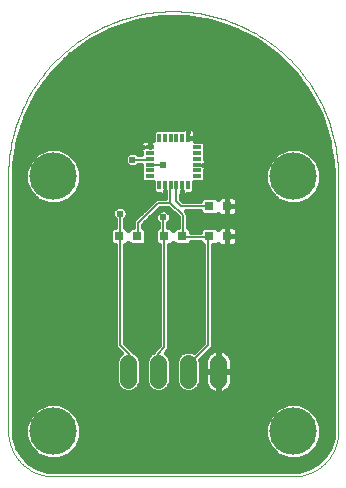
<source format=gtl>
G75*
%MOIN*%
%OFA0B0*%
%FSLAX25Y25*%
%IPPOS*%
%LPD*%
%AMOC8*
5,1,8,0,0,1.08239X$1,22.5*
%
%ADD10R,0.02953X0.01181*%
%ADD11R,0.01181X0.02953*%
%ADD12C,0.05543*%
%ADD13C,0.00000*%
%ADD14C,0.15811*%
%ADD15R,0.03150X0.03150*%
%ADD16C,0.00600*%
%ADD17C,0.02400*%
%ADD18C,0.01600*%
D10*
X0053887Y0119006D03*
X0053887Y0120974D03*
X0053887Y0122943D03*
X0053887Y0124911D03*
X0053887Y0126880D03*
X0053887Y0128848D03*
X0069635Y0128848D03*
X0069635Y0126880D03*
X0069635Y0124911D03*
X0069635Y0122943D03*
X0069635Y0120974D03*
X0069635Y0119006D03*
D11*
X0066800Y0116093D03*
X0064831Y0116093D03*
X0062863Y0116093D03*
X0060894Y0116093D03*
X0058926Y0116093D03*
X0056957Y0116093D03*
X0056957Y0131841D03*
X0058926Y0131841D03*
X0060894Y0131841D03*
X0062863Y0131841D03*
X0064831Y0131841D03*
X0066800Y0131841D03*
D12*
X0066800Y0056778D02*
X0066800Y0051234D01*
X0076800Y0051234D02*
X0076800Y0056778D01*
X0056800Y0056778D02*
X0056800Y0051234D01*
X0046800Y0051234D02*
X0046800Y0056778D01*
D13*
X0021800Y0019006D02*
X0021438Y0019010D01*
X0021075Y0019024D01*
X0020713Y0019045D01*
X0020352Y0019076D01*
X0019992Y0019115D01*
X0019633Y0019163D01*
X0019275Y0019220D01*
X0018918Y0019285D01*
X0018563Y0019359D01*
X0018210Y0019442D01*
X0017859Y0019533D01*
X0017511Y0019632D01*
X0017165Y0019740D01*
X0016821Y0019856D01*
X0016481Y0019981D01*
X0016144Y0020113D01*
X0015810Y0020254D01*
X0015479Y0020403D01*
X0015152Y0020560D01*
X0014829Y0020724D01*
X0014510Y0020896D01*
X0014196Y0021076D01*
X0013885Y0021264D01*
X0013580Y0021459D01*
X0013279Y0021661D01*
X0012983Y0021871D01*
X0012693Y0022087D01*
X0012407Y0022311D01*
X0012127Y0022541D01*
X0011853Y0022778D01*
X0011585Y0023022D01*
X0011322Y0023272D01*
X0011066Y0023528D01*
X0010816Y0023791D01*
X0010572Y0024059D01*
X0010335Y0024333D01*
X0010105Y0024613D01*
X0009881Y0024899D01*
X0009665Y0025189D01*
X0009455Y0025485D01*
X0009253Y0025786D01*
X0009058Y0026091D01*
X0008870Y0026402D01*
X0008690Y0026716D01*
X0008518Y0027035D01*
X0008354Y0027358D01*
X0008197Y0027685D01*
X0008048Y0028016D01*
X0007907Y0028350D01*
X0007775Y0028687D01*
X0007650Y0029027D01*
X0007534Y0029371D01*
X0007426Y0029717D01*
X0007327Y0030065D01*
X0007236Y0030416D01*
X0007153Y0030769D01*
X0007079Y0031124D01*
X0007014Y0031481D01*
X0006957Y0031839D01*
X0006909Y0032198D01*
X0006870Y0032558D01*
X0006839Y0032919D01*
X0006818Y0033281D01*
X0006804Y0033644D01*
X0006800Y0034006D01*
X0006800Y0119006D01*
X0006816Y0120345D01*
X0006865Y0121684D01*
X0006947Y0123021D01*
X0007061Y0124355D01*
X0007207Y0125687D01*
X0007386Y0127014D01*
X0007597Y0128337D01*
X0007841Y0129654D01*
X0008116Y0130965D01*
X0008423Y0132268D01*
X0008762Y0133564D01*
X0009132Y0134851D01*
X0009533Y0136129D01*
X0009966Y0137397D01*
X0010429Y0138654D01*
X0010923Y0139899D01*
X0011447Y0141132D01*
X0012000Y0142351D01*
X0012584Y0143557D01*
X0013196Y0144748D01*
X0013837Y0145924D01*
X0014507Y0147084D01*
X0015205Y0148227D01*
X0015930Y0149353D01*
X0016683Y0150461D01*
X0017462Y0151551D01*
X0018268Y0152621D01*
X0019099Y0153671D01*
X0019956Y0154700D01*
X0020838Y0155709D01*
X0021743Y0156695D01*
X0022673Y0157659D01*
X0023626Y0158601D01*
X0024601Y0159519D01*
X0025599Y0160412D01*
X0026618Y0161282D01*
X0027658Y0162126D01*
X0028718Y0162944D01*
X0029798Y0163737D01*
X0030896Y0164503D01*
X0032014Y0165242D01*
X0033148Y0165954D01*
X0034300Y0166637D01*
X0035468Y0167293D01*
X0036652Y0167920D01*
X0037850Y0168518D01*
X0039063Y0169086D01*
X0040289Y0169625D01*
X0041528Y0170134D01*
X0042779Y0170612D01*
X0044042Y0171060D01*
X0045314Y0171477D01*
X0046597Y0171863D01*
X0047889Y0172218D01*
X0049189Y0172541D01*
X0050496Y0172832D01*
X0051810Y0173091D01*
X0053130Y0173318D01*
X0054455Y0173513D01*
X0055785Y0173676D01*
X0057118Y0173806D01*
X0058453Y0173904D01*
X0059791Y0173969D01*
X0061130Y0174002D01*
X0062470Y0174002D01*
X0063809Y0173969D01*
X0065147Y0173904D01*
X0066482Y0173806D01*
X0067815Y0173676D01*
X0069145Y0173513D01*
X0070470Y0173318D01*
X0071790Y0173091D01*
X0073104Y0172832D01*
X0074411Y0172541D01*
X0075711Y0172218D01*
X0077003Y0171863D01*
X0078286Y0171477D01*
X0079558Y0171060D01*
X0080821Y0170612D01*
X0082072Y0170134D01*
X0083311Y0169625D01*
X0084537Y0169086D01*
X0085750Y0168518D01*
X0086948Y0167920D01*
X0088132Y0167293D01*
X0089300Y0166637D01*
X0090452Y0165954D01*
X0091586Y0165242D01*
X0092704Y0164503D01*
X0093802Y0163737D01*
X0094882Y0162944D01*
X0095942Y0162126D01*
X0096982Y0161282D01*
X0098001Y0160412D01*
X0098999Y0159519D01*
X0099974Y0158601D01*
X0100927Y0157659D01*
X0101857Y0156695D01*
X0102762Y0155709D01*
X0103644Y0154700D01*
X0104501Y0153671D01*
X0105332Y0152621D01*
X0106138Y0151551D01*
X0106917Y0150461D01*
X0107670Y0149353D01*
X0108395Y0148227D01*
X0109093Y0147084D01*
X0109763Y0145924D01*
X0110404Y0144748D01*
X0111016Y0143557D01*
X0111600Y0142351D01*
X0112153Y0141132D01*
X0112677Y0139899D01*
X0113171Y0138654D01*
X0113634Y0137397D01*
X0114067Y0136129D01*
X0114468Y0134851D01*
X0114838Y0133564D01*
X0115177Y0132268D01*
X0115484Y0130965D01*
X0115759Y0129654D01*
X0116003Y0128337D01*
X0116214Y0127014D01*
X0116393Y0125687D01*
X0116539Y0124355D01*
X0116653Y0123021D01*
X0116735Y0121684D01*
X0116784Y0120345D01*
X0116800Y0119006D01*
X0116800Y0034006D01*
X0116796Y0033644D01*
X0116782Y0033281D01*
X0116761Y0032919D01*
X0116730Y0032558D01*
X0116691Y0032198D01*
X0116643Y0031839D01*
X0116586Y0031481D01*
X0116521Y0031124D01*
X0116447Y0030769D01*
X0116364Y0030416D01*
X0116273Y0030065D01*
X0116174Y0029717D01*
X0116066Y0029371D01*
X0115950Y0029027D01*
X0115825Y0028687D01*
X0115693Y0028350D01*
X0115552Y0028016D01*
X0115403Y0027685D01*
X0115246Y0027358D01*
X0115082Y0027035D01*
X0114910Y0026716D01*
X0114730Y0026402D01*
X0114542Y0026091D01*
X0114347Y0025786D01*
X0114145Y0025485D01*
X0113935Y0025189D01*
X0113719Y0024899D01*
X0113495Y0024613D01*
X0113265Y0024333D01*
X0113028Y0024059D01*
X0112784Y0023791D01*
X0112534Y0023528D01*
X0112278Y0023272D01*
X0112015Y0023022D01*
X0111747Y0022778D01*
X0111473Y0022541D01*
X0111193Y0022311D01*
X0110907Y0022087D01*
X0110617Y0021871D01*
X0110321Y0021661D01*
X0110020Y0021459D01*
X0109715Y0021264D01*
X0109404Y0021076D01*
X0109090Y0020896D01*
X0108771Y0020724D01*
X0108448Y0020560D01*
X0108121Y0020403D01*
X0107790Y0020254D01*
X0107456Y0020113D01*
X0107119Y0019981D01*
X0106779Y0019856D01*
X0106435Y0019740D01*
X0106089Y0019632D01*
X0105741Y0019533D01*
X0105390Y0019442D01*
X0105037Y0019359D01*
X0104682Y0019285D01*
X0104325Y0019220D01*
X0103967Y0019163D01*
X0103608Y0019115D01*
X0103248Y0019076D01*
X0102887Y0019045D01*
X0102525Y0019024D01*
X0102162Y0019010D01*
X0101800Y0019006D01*
X0021800Y0019006D01*
D14*
X0021800Y0034006D03*
X0021800Y0119006D03*
X0101800Y0119006D03*
X0101800Y0034006D03*
D15*
X0079753Y0099006D03*
X0073847Y0099006D03*
X0073847Y0109006D03*
X0079753Y0109006D03*
X0064753Y0099006D03*
X0058847Y0099006D03*
X0049753Y0099006D03*
X0043847Y0099006D03*
D16*
X0044000Y0098806D01*
X0044000Y0062806D01*
X0047000Y0059806D01*
X0047000Y0054406D01*
X0046800Y0054006D01*
X0056600Y0054406D02*
X0056800Y0054006D01*
X0056600Y0054406D02*
X0056600Y0059806D01*
X0058847Y0062206D01*
X0058847Y0099006D01*
X0058400Y0099406D01*
X0058400Y0105406D01*
X0056600Y0110206D02*
X0060800Y0110206D01*
X0065000Y0106006D01*
X0065000Y0099406D01*
X0064753Y0099006D01*
X0065000Y0098806D01*
X0073400Y0098806D01*
X0073847Y0099006D01*
X0073400Y0098806D02*
X0073400Y0062806D01*
X0066800Y0056206D01*
X0066800Y0054006D01*
X0049753Y0099006D02*
X0050000Y0099406D01*
X0050000Y0103606D01*
X0056600Y0110206D01*
X0058926Y0114014D02*
X0059000Y0114406D01*
X0059000Y0115606D01*
X0058926Y0116093D01*
X0060800Y0115606D02*
X0060894Y0116093D01*
X0060800Y0115606D02*
X0060800Y0110206D01*
X0062600Y0110806D02*
X0064400Y0109006D01*
X0073847Y0109006D01*
X0064831Y0114014D02*
X0065000Y0114406D01*
X0065000Y0115606D01*
X0064831Y0116093D01*
X0062863Y0116093D02*
X0062600Y0115606D01*
X0062600Y0110806D01*
X0058400Y0122806D02*
X0054200Y0122806D01*
X0053887Y0122943D01*
X0053600Y0124606D02*
X0053887Y0124893D01*
X0053887Y0124911D01*
X0053600Y0124606D02*
X0048200Y0124606D01*
X0044000Y0106606D02*
X0044000Y0099406D01*
X0043847Y0099253D01*
X0043847Y0099006D01*
X0069635Y0122943D02*
X0069800Y0122806D01*
X0071000Y0122806D01*
X0071713Y0122943D01*
D17*
X0058400Y0122806D03*
X0048200Y0124606D03*
X0044000Y0106606D03*
X0058400Y0105406D03*
D18*
X0011328Y0025970D02*
X0013764Y0023534D01*
X0016749Y0021811D01*
X0020077Y0020919D01*
X0021800Y0020806D01*
X0101800Y0020806D01*
X0103523Y0020919D01*
X0106851Y0021811D01*
X0109836Y0023534D01*
X0112272Y0025970D01*
X0113995Y0028954D01*
X0114887Y0032283D01*
X0115000Y0034006D01*
X0115000Y0119006D01*
X0114836Y0123180D01*
X0113530Y0131425D01*
X0110950Y0139365D01*
X0107160Y0146803D01*
X0102254Y0153557D01*
X0096351Y0159459D01*
X0089597Y0164366D01*
X0082159Y0168156D01*
X0074219Y0170736D01*
X0065974Y0172042D01*
X0057626Y0172042D01*
X0049381Y0170736D01*
X0041441Y0168156D01*
X0034003Y0164366D01*
X0027249Y0159459D01*
X0021346Y0153557D01*
X0016440Y0146803D01*
X0012650Y0139365D01*
X0010070Y0131425D01*
X0008764Y0123180D01*
X0008600Y0119006D01*
X0008600Y0034006D01*
X0008713Y0032283D01*
X0009605Y0028954D01*
X0011328Y0025970D01*
X0011898Y0025400D02*
X0018260Y0025400D01*
X0019949Y0024700D02*
X0016529Y0026117D01*
X0013911Y0028735D01*
X0012494Y0032155D01*
X0012494Y0035857D01*
X0013911Y0039277D01*
X0016529Y0041895D01*
X0019949Y0043311D01*
X0023651Y0043311D01*
X0027071Y0041895D01*
X0029689Y0039277D01*
X0031105Y0035857D01*
X0031105Y0032155D01*
X0029689Y0028735D01*
X0027071Y0026117D01*
X0023651Y0024700D01*
X0019949Y0024700D01*
X0016069Y0022203D02*
X0107531Y0022203D01*
X0105340Y0025400D02*
X0111702Y0025400D01*
X0112866Y0026998D02*
X0107953Y0026998D01*
X0107071Y0026117D02*
X0109689Y0028735D01*
X0111105Y0032155D01*
X0111105Y0035857D01*
X0109689Y0039277D01*
X0107071Y0041895D01*
X0103651Y0043311D01*
X0099949Y0043311D01*
X0096529Y0041895D01*
X0093911Y0039277D01*
X0092494Y0035857D01*
X0092494Y0032155D01*
X0093911Y0028735D01*
X0096529Y0026117D01*
X0099949Y0024700D01*
X0103651Y0024700D01*
X0107071Y0026117D01*
X0109551Y0028597D02*
X0113789Y0028597D01*
X0114328Y0030195D02*
X0110294Y0030195D01*
X0110956Y0031794D02*
X0114756Y0031794D01*
X0114960Y0033393D02*
X0111105Y0033393D01*
X0111105Y0034991D02*
X0115000Y0034991D01*
X0115000Y0036590D02*
X0110802Y0036590D01*
X0110140Y0038188D02*
X0115000Y0038188D01*
X0115000Y0039787D02*
X0109179Y0039787D01*
X0107581Y0041385D02*
X0115000Y0041385D01*
X0115000Y0042984D02*
X0104442Y0042984D01*
X0099158Y0042984D02*
X0024442Y0042984D01*
X0027581Y0041385D02*
X0096019Y0041385D01*
X0094421Y0039787D02*
X0029179Y0039787D01*
X0030140Y0038188D02*
X0093460Y0038188D01*
X0092798Y0036590D02*
X0030802Y0036590D01*
X0031105Y0034991D02*
X0092494Y0034991D01*
X0092494Y0033393D02*
X0031105Y0033393D01*
X0030956Y0031794D02*
X0092644Y0031794D01*
X0093306Y0030195D02*
X0030294Y0030195D01*
X0029551Y0028597D02*
X0094049Y0028597D01*
X0095647Y0026998D02*
X0027953Y0026998D01*
X0025340Y0025400D02*
X0098260Y0025400D01*
X0110103Y0023801D02*
X0013497Y0023801D01*
X0015647Y0026998D02*
X0010734Y0026998D01*
X0009811Y0028597D02*
X0014049Y0028597D01*
X0013306Y0030195D02*
X0009272Y0030195D01*
X0008844Y0031794D02*
X0012644Y0031794D01*
X0012494Y0033393D02*
X0008640Y0033393D01*
X0008600Y0034991D02*
X0012494Y0034991D01*
X0012798Y0036590D02*
X0008600Y0036590D01*
X0008600Y0038188D02*
X0013460Y0038188D01*
X0014421Y0039787D02*
X0008600Y0039787D01*
X0008600Y0041385D02*
X0016019Y0041385D01*
X0019158Y0042984D02*
X0008600Y0042984D01*
X0008600Y0044582D02*
X0115000Y0044582D01*
X0115000Y0046181D02*
X0008600Y0046181D01*
X0008600Y0047779D02*
X0044356Y0047779D01*
X0044437Y0047698D02*
X0045970Y0047063D01*
X0047630Y0047063D01*
X0049163Y0047698D01*
X0050337Y0048871D01*
X0050972Y0050404D01*
X0050972Y0057607D01*
X0050337Y0059141D01*
X0049163Y0060314D01*
X0048700Y0060506D01*
X0048700Y0060510D01*
X0047704Y0061506D01*
X0045700Y0063510D01*
X0045700Y0096031D01*
X0046002Y0096031D01*
X0046800Y0096829D01*
X0047598Y0096031D01*
X0051907Y0096031D01*
X0052728Y0096851D01*
X0052728Y0101161D01*
X0051907Y0101981D01*
X0051700Y0101981D01*
X0051700Y0102902D01*
X0057304Y0108506D01*
X0060096Y0108506D01*
X0063300Y0105302D01*
X0063300Y0101981D01*
X0062598Y0101981D01*
X0061800Y0101183D01*
X0061002Y0101981D01*
X0060100Y0101981D01*
X0060100Y0103429D01*
X0060604Y0103933D01*
X0061000Y0104889D01*
X0061000Y0105923D01*
X0060604Y0106879D01*
X0059873Y0107610D01*
X0058917Y0108006D01*
X0057883Y0108006D01*
X0056927Y0107610D01*
X0056196Y0106879D01*
X0055800Y0105923D01*
X0055800Y0104889D01*
X0056196Y0103933D01*
X0056700Y0103429D01*
X0056700Y0101981D01*
X0056693Y0101981D01*
X0055872Y0101161D01*
X0055872Y0096851D01*
X0056693Y0096031D01*
X0057147Y0096031D01*
X0057147Y0062878D01*
X0055378Y0060988D01*
X0054900Y0060510D01*
X0054900Y0060506D01*
X0054437Y0060314D01*
X0053263Y0059141D01*
X0052628Y0057607D01*
X0052628Y0050404D01*
X0053263Y0048871D01*
X0054437Y0047698D01*
X0055970Y0047063D01*
X0057630Y0047063D01*
X0059163Y0047698D01*
X0060337Y0048871D01*
X0060972Y0050404D01*
X0060972Y0057607D01*
X0060337Y0059141D01*
X0059288Y0060189D01*
X0060069Y0061024D01*
X0060547Y0061502D01*
X0060547Y0061534D01*
X0060569Y0061558D01*
X0060547Y0062234D01*
X0060547Y0096031D01*
X0061002Y0096031D01*
X0061800Y0096829D01*
X0062598Y0096031D01*
X0066907Y0096031D01*
X0067728Y0096851D01*
X0067728Y0097106D01*
X0070872Y0097106D01*
X0070872Y0096851D01*
X0071693Y0096031D01*
X0071700Y0096031D01*
X0071700Y0063510D01*
X0068697Y0060507D01*
X0067630Y0060949D01*
X0065970Y0060949D01*
X0064437Y0060314D01*
X0063263Y0059141D01*
X0062628Y0057607D01*
X0062628Y0050404D01*
X0063263Y0048871D01*
X0064437Y0047698D01*
X0065970Y0047063D01*
X0067630Y0047063D01*
X0069163Y0047698D01*
X0070337Y0048871D01*
X0070972Y0050404D01*
X0070972Y0057607D01*
X0070864Y0057866D01*
X0074104Y0061106D01*
X0075100Y0062102D01*
X0075100Y0096031D01*
X0076002Y0096031D01*
X0076576Y0096605D01*
X0076738Y0096326D01*
X0077073Y0095991D01*
X0077483Y0095754D01*
X0077941Y0095631D01*
X0079753Y0095631D01*
X0081565Y0095631D01*
X0082022Y0095754D01*
X0082433Y0095991D01*
X0082768Y0096326D01*
X0083005Y0096736D01*
X0083128Y0097194D01*
X0083128Y0099006D01*
X0083128Y0100818D01*
X0083005Y0101275D01*
X0082768Y0101686D01*
X0082433Y0102021D01*
X0082022Y0102258D01*
X0081565Y0102381D01*
X0079753Y0102381D01*
X0079753Y0099006D01*
X0083128Y0099006D01*
X0079753Y0099006D01*
X0079753Y0099006D01*
X0079753Y0099006D01*
X0079753Y0095631D01*
X0079753Y0099006D01*
X0079753Y0099006D01*
X0079753Y0102381D01*
X0077941Y0102381D01*
X0077483Y0102258D01*
X0077073Y0102021D01*
X0076738Y0101686D01*
X0076576Y0101406D01*
X0076002Y0101981D01*
X0071693Y0101981D01*
X0070872Y0101161D01*
X0070872Y0100506D01*
X0067728Y0100506D01*
X0067728Y0101161D01*
X0066907Y0101981D01*
X0066700Y0101981D01*
X0066700Y0106710D01*
X0066104Y0107306D01*
X0070872Y0107306D01*
X0070872Y0106851D01*
X0071693Y0106031D01*
X0076002Y0106031D01*
X0076576Y0106605D01*
X0076738Y0106326D01*
X0077073Y0105991D01*
X0077483Y0105754D01*
X0077941Y0105631D01*
X0079753Y0105631D01*
X0081565Y0105631D01*
X0082022Y0105754D01*
X0082433Y0105991D01*
X0082768Y0106326D01*
X0083005Y0106736D01*
X0083128Y0107194D01*
X0083128Y0109006D01*
X0083128Y0110818D01*
X0083005Y0111275D01*
X0082768Y0111686D01*
X0082433Y0112021D01*
X0082022Y0112258D01*
X0081565Y0112381D01*
X0079753Y0112381D01*
X0079753Y0109006D01*
X0083128Y0109006D01*
X0079753Y0109006D01*
X0079753Y0109006D01*
X0079753Y0109006D01*
X0079753Y0105631D01*
X0079753Y0109006D01*
X0079753Y0109006D01*
X0079753Y0112381D01*
X0077941Y0112381D01*
X0077483Y0112258D01*
X0077073Y0112021D01*
X0076738Y0111686D01*
X0076576Y0111406D01*
X0076002Y0111981D01*
X0071693Y0111981D01*
X0070872Y0111161D01*
X0070872Y0110706D01*
X0065104Y0110706D01*
X0064300Y0111510D01*
X0064300Y0112816D01*
X0064831Y0112816D01*
X0064831Y0114014D01*
X0064831Y0114014D01*
X0064832Y0114014D01*
X0064832Y0112816D01*
X0065659Y0112816D01*
X0066117Y0112939D01*
X0066527Y0113176D01*
X0066568Y0113216D01*
X0067970Y0113216D01*
X0068791Y0114036D01*
X0068791Y0117015D01*
X0071691Y0117015D01*
X0072511Y0117835D01*
X0072511Y0121207D01*
X0072551Y0121247D01*
X0072788Y0121658D01*
X0072911Y0122115D01*
X0072911Y0122943D01*
X0072911Y0123770D01*
X0072788Y0124228D01*
X0072551Y0124639D01*
X0072511Y0124679D01*
X0072511Y0130019D01*
X0071691Y0130839D01*
X0069191Y0130839D01*
X0069191Y0131840D01*
X0066822Y0131840D01*
X0066822Y0131841D01*
X0069191Y0131841D01*
X0069191Y0133554D01*
X0069068Y0134012D01*
X0068831Y0134422D01*
X0068496Y0134757D01*
X0068085Y0134994D01*
X0067628Y0135117D01*
X0066800Y0135117D01*
X0066800Y0133919D01*
X0066800Y0135117D01*
X0065972Y0135117D01*
X0065515Y0134994D01*
X0065104Y0134757D01*
X0065064Y0134717D01*
X0055787Y0134717D01*
X0054967Y0133897D01*
X0054967Y0131239D01*
X0053887Y0131239D01*
X0053887Y0128870D01*
X0053887Y0128870D01*
X0053887Y0131239D01*
X0052173Y0131239D01*
X0051715Y0131116D01*
X0051305Y0130879D01*
X0050970Y0130544D01*
X0050733Y0130134D01*
X0050610Y0129676D01*
X0050610Y0128848D01*
X0050610Y0128021D01*
X0050733Y0127563D01*
X0050970Y0127153D01*
X0051010Y0127112D01*
X0051010Y0126306D01*
X0050177Y0126306D01*
X0049673Y0126810D01*
X0048717Y0127206D01*
X0047683Y0127206D01*
X0046727Y0126810D01*
X0045996Y0126079D01*
X0045600Y0125123D01*
X0045600Y0124089D01*
X0045996Y0123133D01*
X0046727Y0122402D01*
X0047683Y0122006D01*
X0048717Y0122006D01*
X0049673Y0122402D01*
X0050177Y0122906D01*
X0051010Y0122906D01*
X0051010Y0117835D01*
X0051830Y0117015D01*
X0054967Y0117015D01*
X0054967Y0114036D01*
X0055787Y0113216D01*
X0057190Y0113216D01*
X0057230Y0113176D01*
X0057641Y0112939D01*
X0058098Y0112816D01*
X0058926Y0112816D01*
X0059100Y0112816D01*
X0059100Y0111906D01*
X0055896Y0111906D01*
X0054900Y0110910D01*
X0048300Y0104310D01*
X0048300Y0101981D01*
X0047598Y0101981D01*
X0046800Y0101183D01*
X0046002Y0101981D01*
X0045700Y0101981D01*
X0045700Y0104629D01*
X0046204Y0105133D01*
X0046600Y0106089D01*
X0046600Y0107123D01*
X0046204Y0108079D01*
X0045473Y0108810D01*
X0044517Y0109206D01*
X0043483Y0109206D01*
X0042527Y0108810D01*
X0041796Y0108079D01*
X0041400Y0107123D01*
X0041400Y0106089D01*
X0041796Y0105133D01*
X0042300Y0104629D01*
X0042300Y0101981D01*
X0041693Y0101981D01*
X0040872Y0101161D01*
X0040872Y0096851D01*
X0041693Y0096031D01*
X0042300Y0096031D01*
X0042300Y0062102D01*
X0044262Y0060139D01*
X0043263Y0059141D01*
X0042628Y0057607D01*
X0042628Y0050404D01*
X0043263Y0048871D01*
X0044437Y0047698D01*
X0043054Y0049378D02*
X0008600Y0049378D01*
X0008600Y0050976D02*
X0042628Y0050976D01*
X0042628Y0052575D02*
X0008600Y0052575D01*
X0008600Y0054173D02*
X0042628Y0054173D01*
X0042628Y0055772D02*
X0008600Y0055772D01*
X0008600Y0057370D02*
X0042628Y0057370D01*
X0043192Y0058969D02*
X0008600Y0058969D01*
X0008600Y0060567D02*
X0043835Y0060567D01*
X0042300Y0062166D02*
X0008600Y0062166D01*
X0008600Y0063764D02*
X0042300Y0063764D01*
X0042300Y0065363D02*
X0008600Y0065363D01*
X0008600Y0066961D02*
X0042300Y0066961D01*
X0042300Y0068560D02*
X0008600Y0068560D01*
X0008600Y0070158D02*
X0042300Y0070158D01*
X0042300Y0071757D02*
X0008600Y0071757D01*
X0008600Y0073355D02*
X0042300Y0073355D01*
X0042300Y0074954D02*
X0008600Y0074954D01*
X0008600Y0076552D02*
X0042300Y0076552D01*
X0042300Y0078151D02*
X0008600Y0078151D01*
X0008600Y0079749D02*
X0042300Y0079749D01*
X0042300Y0081348D02*
X0008600Y0081348D01*
X0008600Y0082946D02*
X0042300Y0082946D01*
X0042300Y0084545D02*
X0008600Y0084545D01*
X0008600Y0086143D02*
X0042300Y0086143D01*
X0042300Y0087742D02*
X0008600Y0087742D01*
X0008600Y0089340D02*
X0042300Y0089340D01*
X0042300Y0090939D02*
X0008600Y0090939D01*
X0008600Y0092537D02*
X0042300Y0092537D01*
X0042300Y0094136D02*
X0008600Y0094136D01*
X0008600Y0095734D02*
X0042300Y0095734D01*
X0040872Y0097333D02*
X0008600Y0097333D01*
X0008600Y0098931D02*
X0040872Y0098931D01*
X0040872Y0100530D02*
X0008600Y0100530D01*
X0008600Y0102128D02*
X0042300Y0102128D01*
X0042300Y0103727D02*
X0008600Y0103727D01*
X0008600Y0105326D02*
X0041716Y0105326D01*
X0041400Y0106924D02*
X0008600Y0106924D01*
X0008600Y0108523D02*
X0042240Y0108523D01*
X0045760Y0108523D02*
X0052512Y0108523D01*
X0050914Y0106924D02*
X0046600Y0106924D01*
X0046284Y0105326D02*
X0049315Y0105326D01*
X0048300Y0103727D02*
X0045700Y0103727D01*
X0045700Y0102128D02*
X0048300Y0102128D01*
X0051700Y0102128D02*
X0056700Y0102128D01*
X0056402Y0103727D02*
X0052525Y0103727D01*
X0054124Y0105326D02*
X0055800Y0105326D01*
X0055722Y0106924D02*
X0056241Y0106924D01*
X0054111Y0110121D02*
X0024667Y0110121D01*
X0023651Y0109700D02*
X0027071Y0111117D01*
X0029689Y0113735D01*
X0031105Y0117155D01*
X0031105Y0120857D01*
X0029689Y0124277D01*
X0027071Y0126895D01*
X0023651Y0128311D01*
X0019949Y0128311D01*
X0016529Y0126895D01*
X0013911Y0124277D01*
X0012494Y0120857D01*
X0012494Y0117155D01*
X0013911Y0113735D01*
X0016529Y0111117D01*
X0019949Y0109700D01*
X0023651Y0109700D01*
X0027674Y0111720D02*
X0055709Y0111720D01*
X0055685Y0113318D02*
X0029272Y0113318D01*
X0030178Y0114917D02*
X0054967Y0114917D01*
X0054967Y0116515D02*
X0030840Y0116515D01*
X0031105Y0118114D02*
X0051010Y0118114D01*
X0051010Y0119712D02*
X0031105Y0119712D01*
X0030918Y0121311D02*
X0051010Y0121311D01*
X0050695Y0127705D02*
X0025116Y0127705D01*
X0027860Y0126106D02*
X0046023Y0126106D01*
X0045600Y0124508D02*
X0029458Y0124508D01*
X0030255Y0122909D02*
X0046220Y0122909D01*
X0050610Y0128848D02*
X0051808Y0128848D01*
X0051808Y0128848D01*
X0050610Y0128848D01*
X0050610Y0129303D02*
X0009734Y0129303D01*
X0009481Y0127705D02*
X0018484Y0127705D01*
X0015740Y0126106D02*
X0009227Y0126106D01*
X0008974Y0124508D02*
X0014142Y0124508D01*
X0013345Y0122909D02*
X0008753Y0122909D01*
X0008691Y0121311D02*
X0012682Y0121311D01*
X0012494Y0119712D02*
X0008628Y0119712D01*
X0008600Y0118114D02*
X0012494Y0118114D01*
X0012759Y0116515D02*
X0008600Y0116515D01*
X0008600Y0114917D02*
X0013422Y0114917D01*
X0014328Y0113318D02*
X0008600Y0113318D01*
X0008600Y0111720D02*
X0015926Y0111720D01*
X0018933Y0110121D02*
X0008600Y0110121D01*
X0009987Y0130902D02*
X0051344Y0130902D01*
X0053887Y0130902D02*
X0053887Y0130902D01*
X0053887Y0129303D02*
X0053887Y0129303D01*
X0054967Y0132500D02*
X0010419Y0132500D01*
X0010939Y0134099D02*
X0055169Y0134099D01*
X0066800Y0134099D02*
X0066800Y0134099D01*
X0066800Y0133919D02*
X0066800Y0133919D01*
X0069018Y0134099D02*
X0112661Y0134099D01*
X0112142Y0135697D02*
X0011458Y0135697D01*
X0011977Y0137296D02*
X0111623Y0137296D01*
X0111103Y0138894D02*
X0012497Y0138894D01*
X0013224Y0140493D02*
X0110376Y0140493D01*
X0109561Y0142091D02*
X0014039Y0142091D01*
X0014853Y0143690D02*
X0108747Y0143690D01*
X0107932Y0145288D02*
X0015668Y0145288D01*
X0016501Y0146887D02*
X0107099Y0146887D01*
X0105938Y0148485D02*
X0017662Y0148485D01*
X0018823Y0150084D02*
X0104777Y0150084D01*
X0103615Y0151682D02*
X0019985Y0151682D01*
X0021146Y0153281D02*
X0102454Y0153281D01*
X0100931Y0154879D02*
X0022669Y0154879D01*
X0024268Y0156478D02*
X0099332Y0156478D01*
X0097734Y0158076D02*
X0025866Y0158076D01*
X0027546Y0159675D02*
X0096054Y0159675D01*
X0093854Y0161273D02*
X0029746Y0161273D01*
X0031946Y0162872D02*
X0091654Y0162872D01*
X0089393Y0164470D02*
X0034207Y0164470D01*
X0037345Y0166069D02*
X0086255Y0166069D01*
X0083118Y0167667D02*
X0040482Y0167667D01*
X0044856Y0169266D02*
X0078744Y0169266D01*
X0073408Y0170864D02*
X0050192Y0170864D01*
X0069191Y0132500D02*
X0113181Y0132500D01*
X0113613Y0130902D02*
X0069191Y0130902D01*
X0072511Y0129303D02*
X0113866Y0129303D01*
X0114119Y0127705D02*
X0105116Y0127705D01*
X0103651Y0128311D02*
X0107071Y0126895D01*
X0109689Y0124277D01*
X0111105Y0120857D01*
X0111105Y0117155D01*
X0109689Y0113735D01*
X0107071Y0111117D01*
X0103651Y0109700D01*
X0099949Y0109700D01*
X0096529Y0111117D01*
X0093911Y0113735D01*
X0092494Y0117155D01*
X0092494Y0120857D01*
X0093911Y0124277D01*
X0096529Y0126895D01*
X0099949Y0128311D01*
X0103651Y0128311D01*
X0107860Y0126106D02*
X0114373Y0126106D01*
X0114626Y0124508D02*
X0109458Y0124508D01*
X0110255Y0122909D02*
X0114847Y0122909D01*
X0114909Y0121311D02*
X0110918Y0121311D01*
X0111105Y0119712D02*
X0114972Y0119712D01*
X0115000Y0118114D02*
X0111105Y0118114D01*
X0110840Y0116515D02*
X0115000Y0116515D01*
X0115000Y0114917D02*
X0110178Y0114917D01*
X0109272Y0113318D02*
X0115000Y0113318D01*
X0115000Y0111720D02*
X0107674Y0111720D01*
X0104667Y0110121D02*
X0115000Y0110121D01*
X0115000Y0108523D02*
X0083128Y0108523D01*
X0083128Y0110121D02*
X0098933Y0110121D01*
X0095926Y0111720D02*
X0082734Y0111720D01*
X0079753Y0111720D02*
X0079753Y0111720D01*
X0079753Y0110121D02*
X0079753Y0110121D01*
X0079753Y0108523D02*
X0079753Y0108523D01*
X0079753Y0106924D02*
X0079753Y0106924D01*
X0076771Y0111720D02*
X0076263Y0111720D01*
X0071431Y0111720D02*
X0064300Y0111720D01*
X0064831Y0113318D02*
X0064832Y0113318D01*
X0068072Y0113318D02*
X0094328Y0113318D01*
X0093422Y0114917D02*
X0068791Y0114917D01*
X0068791Y0116515D02*
X0092759Y0116515D01*
X0092494Y0118114D02*
X0072511Y0118114D01*
X0072511Y0119712D02*
X0092494Y0119712D01*
X0092682Y0121311D02*
X0072588Y0121311D01*
X0072911Y0122909D02*
X0093345Y0122909D01*
X0094142Y0124508D02*
X0072627Y0124508D01*
X0072911Y0122943D02*
X0071713Y0122943D01*
X0071713Y0122943D01*
X0071713Y0122943D01*
X0072911Y0122943D01*
X0072511Y0126106D02*
X0095740Y0126106D01*
X0098484Y0127705D02*
X0072511Y0127705D01*
X0058926Y0114014D02*
X0058926Y0112816D01*
X0058926Y0114014D01*
X0058926Y0114014D01*
X0058926Y0114014D01*
X0058926Y0113318D02*
X0058926Y0113318D01*
X0060559Y0106924D02*
X0061678Y0106924D01*
X0061000Y0105326D02*
X0063276Y0105326D01*
X0063300Y0103727D02*
X0060398Y0103727D01*
X0060100Y0102128D02*
X0063300Y0102128D01*
X0066700Y0102128D02*
X0077259Y0102128D01*
X0079753Y0102128D02*
X0079753Y0102128D01*
X0079753Y0100530D02*
X0079753Y0100530D01*
X0079753Y0098931D02*
X0079753Y0098931D01*
X0079753Y0097333D02*
X0079753Y0097333D01*
X0079753Y0095734D02*
X0079753Y0095734D01*
X0081950Y0095734D02*
X0115000Y0095734D01*
X0115000Y0094136D02*
X0075100Y0094136D01*
X0075100Y0095734D02*
X0077555Y0095734D01*
X0075100Y0092537D02*
X0115000Y0092537D01*
X0115000Y0090939D02*
X0075100Y0090939D01*
X0075100Y0089340D02*
X0115000Y0089340D01*
X0115000Y0087742D02*
X0075100Y0087742D01*
X0075100Y0086143D02*
X0115000Y0086143D01*
X0115000Y0084545D02*
X0075100Y0084545D01*
X0075100Y0082946D02*
X0115000Y0082946D01*
X0115000Y0081348D02*
X0075100Y0081348D01*
X0075100Y0079749D02*
X0115000Y0079749D01*
X0115000Y0078151D02*
X0075100Y0078151D01*
X0075100Y0076552D02*
X0115000Y0076552D01*
X0115000Y0074954D02*
X0075100Y0074954D01*
X0075100Y0073355D02*
X0115000Y0073355D01*
X0115000Y0071757D02*
X0075100Y0071757D01*
X0075100Y0070158D02*
X0115000Y0070158D01*
X0115000Y0068560D02*
X0075100Y0068560D01*
X0075100Y0066961D02*
X0115000Y0066961D01*
X0115000Y0065363D02*
X0075100Y0065363D01*
X0075100Y0063764D02*
X0115000Y0063764D01*
X0115000Y0062166D02*
X0075100Y0062166D01*
X0075729Y0061237D02*
X0075045Y0061014D01*
X0074404Y0060688D01*
X0073822Y0060265D01*
X0073313Y0059756D01*
X0072890Y0059174D01*
X0072563Y0058532D01*
X0072341Y0057848D01*
X0072228Y0057137D01*
X0072228Y0054092D01*
X0076714Y0054092D01*
X0076714Y0061349D01*
X0076440Y0061349D01*
X0075729Y0061237D01*
X0076886Y0061349D02*
X0076886Y0054092D01*
X0076714Y0054092D01*
X0076714Y0053920D01*
X0072228Y0053920D01*
X0072228Y0050874D01*
X0072341Y0050164D01*
X0072563Y0049479D01*
X0072890Y0048838D01*
X0073313Y0048256D01*
X0073822Y0047747D01*
X0074404Y0047324D01*
X0075045Y0046998D01*
X0075729Y0046775D01*
X0076440Y0046663D01*
X0076714Y0046663D01*
X0076714Y0053920D01*
X0076886Y0053920D01*
X0076886Y0054092D01*
X0081372Y0054092D01*
X0081372Y0057137D01*
X0081259Y0057848D01*
X0081037Y0058532D01*
X0080710Y0059174D01*
X0080287Y0059756D01*
X0079778Y0060265D01*
X0079196Y0060688D01*
X0078555Y0061014D01*
X0077871Y0061237D01*
X0077160Y0061349D01*
X0076886Y0061349D01*
X0076886Y0060567D02*
X0076714Y0060567D01*
X0076714Y0058969D02*
X0076886Y0058969D01*
X0076886Y0057370D02*
X0076714Y0057370D01*
X0076714Y0055772D02*
X0076886Y0055772D01*
X0076886Y0054173D02*
X0076714Y0054173D01*
X0076886Y0053920D02*
X0081372Y0053920D01*
X0081372Y0050874D01*
X0081259Y0050164D01*
X0081037Y0049479D01*
X0080710Y0048838D01*
X0080287Y0048256D01*
X0079778Y0047747D01*
X0079196Y0047324D01*
X0078555Y0046998D01*
X0077871Y0046775D01*
X0077160Y0046663D01*
X0076886Y0046663D01*
X0076886Y0053920D01*
X0076886Y0052575D02*
X0076714Y0052575D01*
X0076714Y0050976D02*
X0076886Y0050976D01*
X0076886Y0049378D02*
X0076714Y0049378D01*
X0076714Y0047779D02*
X0076886Y0047779D01*
X0079810Y0047779D02*
X0115000Y0047779D01*
X0115000Y0049378D02*
X0080985Y0049378D01*
X0081372Y0050976D02*
X0115000Y0050976D01*
X0115000Y0052575D02*
X0081372Y0052575D01*
X0081372Y0054173D02*
X0115000Y0054173D01*
X0115000Y0055772D02*
X0081372Y0055772D01*
X0081335Y0057370D02*
X0115000Y0057370D01*
X0115000Y0058969D02*
X0080814Y0058969D01*
X0079362Y0060567D02*
X0115000Y0060567D01*
X0115000Y0097333D02*
X0083128Y0097333D01*
X0083128Y0098931D02*
X0115000Y0098931D01*
X0115000Y0100530D02*
X0083128Y0100530D01*
X0082247Y0102128D02*
X0115000Y0102128D01*
X0115000Y0103727D02*
X0066700Y0103727D01*
X0066700Y0105326D02*
X0115000Y0105326D01*
X0115000Y0106924D02*
X0083055Y0106924D01*
X0071700Y0095734D02*
X0060547Y0095734D01*
X0060547Y0094136D02*
X0071700Y0094136D01*
X0071700Y0092537D02*
X0060547Y0092537D01*
X0060547Y0090939D02*
X0071700Y0090939D01*
X0071700Y0089340D02*
X0060547Y0089340D01*
X0060547Y0087742D02*
X0071700Y0087742D01*
X0071700Y0086143D02*
X0060547Y0086143D01*
X0060547Y0084545D02*
X0071700Y0084545D01*
X0071700Y0082946D02*
X0060547Y0082946D01*
X0060547Y0081348D02*
X0071700Y0081348D01*
X0071700Y0079749D02*
X0060547Y0079749D01*
X0060547Y0078151D02*
X0071700Y0078151D01*
X0071700Y0076552D02*
X0060547Y0076552D01*
X0060547Y0074954D02*
X0071700Y0074954D01*
X0071700Y0073355D02*
X0060547Y0073355D01*
X0060547Y0071757D02*
X0071700Y0071757D01*
X0071700Y0070158D02*
X0060547Y0070158D01*
X0060547Y0068560D02*
X0071700Y0068560D01*
X0071700Y0066961D02*
X0060547Y0066961D01*
X0060547Y0065363D02*
X0071700Y0065363D01*
X0071700Y0063764D02*
X0060547Y0063764D01*
X0060549Y0062166D02*
X0070356Y0062166D01*
X0068757Y0060567D02*
X0068552Y0060567D01*
X0070972Y0057370D02*
X0072265Y0057370D01*
X0072228Y0055772D02*
X0070972Y0055772D01*
X0070972Y0054173D02*
X0072228Y0054173D01*
X0072228Y0052575D02*
X0070972Y0052575D01*
X0070972Y0050976D02*
X0072228Y0050976D01*
X0072615Y0049378D02*
X0070546Y0049378D01*
X0069244Y0047779D02*
X0073790Y0047779D01*
X0072786Y0058969D02*
X0071967Y0058969D01*
X0073565Y0060567D02*
X0074238Y0060567D01*
X0065048Y0060567D02*
X0059642Y0060567D01*
X0060408Y0058969D02*
X0063192Y0058969D01*
X0062628Y0057370D02*
X0060972Y0057370D01*
X0060972Y0055772D02*
X0062628Y0055772D01*
X0062628Y0054173D02*
X0060972Y0054173D01*
X0060972Y0052575D02*
X0062628Y0052575D01*
X0062628Y0050976D02*
X0060972Y0050976D01*
X0060546Y0049378D02*
X0063054Y0049378D01*
X0064356Y0047779D02*
X0059244Y0047779D01*
X0054356Y0047779D02*
X0049244Y0047779D01*
X0050546Y0049378D02*
X0053054Y0049378D01*
X0052628Y0050976D02*
X0050972Y0050976D01*
X0050972Y0052575D02*
X0052628Y0052575D01*
X0052628Y0054173D02*
X0050972Y0054173D01*
X0050972Y0055772D02*
X0052628Y0055772D01*
X0052628Y0057370D02*
X0050972Y0057370D01*
X0050408Y0058969D02*
X0053192Y0058969D01*
X0054957Y0060567D02*
X0048643Y0060567D01*
X0047044Y0062166D02*
X0056481Y0062166D01*
X0057147Y0063764D02*
X0045700Y0063764D01*
X0045700Y0065363D02*
X0057147Y0065363D01*
X0057147Y0066961D02*
X0045700Y0066961D01*
X0045700Y0068560D02*
X0057147Y0068560D01*
X0057147Y0070158D02*
X0045700Y0070158D01*
X0045700Y0071757D02*
X0057147Y0071757D01*
X0057147Y0073355D02*
X0045700Y0073355D01*
X0045700Y0074954D02*
X0057147Y0074954D01*
X0057147Y0076552D02*
X0045700Y0076552D01*
X0045700Y0078151D02*
X0057147Y0078151D01*
X0057147Y0079749D02*
X0045700Y0079749D01*
X0045700Y0081348D02*
X0057147Y0081348D01*
X0057147Y0082946D02*
X0045700Y0082946D01*
X0045700Y0084545D02*
X0057147Y0084545D01*
X0057147Y0086143D02*
X0045700Y0086143D01*
X0045700Y0087742D02*
X0057147Y0087742D01*
X0057147Y0089340D02*
X0045700Y0089340D01*
X0045700Y0090939D02*
X0057147Y0090939D01*
X0057147Y0092537D02*
X0045700Y0092537D01*
X0045700Y0094136D02*
X0057147Y0094136D01*
X0057147Y0095734D02*
X0045700Y0095734D01*
X0052728Y0097333D02*
X0055872Y0097333D01*
X0055872Y0098931D02*
X0052728Y0098931D01*
X0052728Y0100530D02*
X0055872Y0100530D01*
X0066486Y0106924D02*
X0070872Y0106924D01*
X0070872Y0100530D02*
X0067728Y0100530D01*
M02*

</source>
